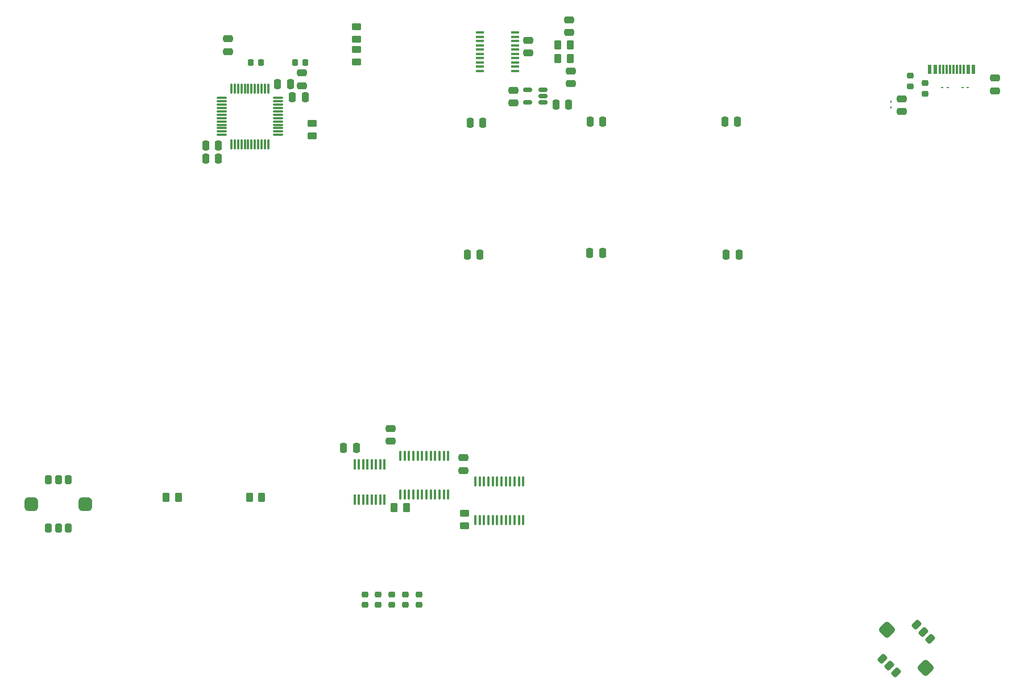
<source format=gtp>
%TF.GenerationSoftware,KiCad,Pcbnew,(6.0.9)*%
%TF.CreationDate,2022-11-09T22:31:10+01:00*%
%TF.ProjectId,libre-MIG-rounded,6c696272-652d-44d4-9947-2d726f756e64,v0.1*%
%TF.SameCoordinates,Original*%
%TF.FileFunction,Paste,Top*%
%TF.FilePolarity,Positive*%
%FSLAX46Y46*%
G04 Gerber Fmt 4.6, Leading zero omitted, Abs format (unit mm)*
G04 Created by KiCad (PCBNEW (6.0.9)) date 2022-11-09 22:31:10*
%MOMM*%
%LPD*%
G01*
G04 APERTURE LIST*
G04 Aperture macros list*
%AMRoundRect*
0 Rectangle with rounded corners*
0 $1 Rounding radius*
0 $2 $3 $4 $5 $6 $7 $8 $9 X,Y pos of 4 corners*
0 Add a 4 corners polygon primitive as box body*
4,1,4,$2,$3,$4,$5,$6,$7,$8,$9,$2,$3,0*
0 Add four circle primitives for the rounded corners*
1,1,$1+$1,$2,$3*
1,1,$1+$1,$4,$5*
1,1,$1+$1,$6,$7*
1,1,$1+$1,$8,$9*
0 Add four rect primitives between the rounded corners*
20,1,$1+$1,$2,$3,$4,$5,0*
20,1,$1+$1,$4,$5,$6,$7,0*
20,1,$1+$1,$6,$7,$8,$9,0*
20,1,$1+$1,$8,$9,$2,$3,0*%
G04 Aperture macros list end*
%ADD10RoundRect,0.250000X-0.262500X-0.450000X0.262500X-0.450000X0.262500X0.450000X-0.262500X0.450000X0*%
%ADD11RoundRect,0.250000X0.475000X-0.250000X0.475000X0.250000X-0.475000X0.250000X-0.475000X-0.250000X0*%
%ADD12RoundRect,0.250000X-0.475000X0.250000X-0.475000X-0.250000X0.475000X-0.250000X0.475000X0.250000X0*%
%ADD13RoundRect,0.250000X-0.250000X-0.475000X0.250000X-0.475000X0.250000X0.475000X-0.250000X0.475000X0*%
%ADD14RoundRect,0.250000X-0.450000X0.262500X-0.450000X-0.262500X0.450000X-0.262500X0.450000X0.262500X0*%
%ADD15RoundRect,0.150000X0.512500X0.150000X-0.512500X0.150000X-0.512500X-0.150000X0.512500X-0.150000X0*%
%ADD16RoundRect,0.250000X0.450000X-0.262500X0.450000X0.262500X-0.450000X0.262500X-0.450000X-0.262500X0*%
%ADD17R,0.600000X1.450000*%
%ADD18R,0.300000X1.450000*%
%ADD19R,0.360000X0.250000*%
%ADD20RoundRect,0.250000X0.262500X0.450000X-0.262500X0.450000X-0.262500X-0.450000X0.262500X-0.450000X0*%
%ADD21RoundRect,0.225000X-0.250000X0.225000X-0.250000X-0.225000X0.250000X-0.225000X0.250000X0.225000X0*%
%ADD22RoundRect,0.250000X0.250000X0.475000X-0.250000X0.475000X-0.250000X-0.475000X0.250000X-0.475000X0*%
%ADD23R,0.410000X1.600000*%
%ADD24RoundRect,0.225000X-0.225000X-0.250000X0.225000X-0.250000X0.225000X0.250000X-0.225000X0.250000X0*%
%ADD25R,1.200000X0.400000*%
%ADD26R,0.250000X0.360000*%
%ADD27RoundRect,0.500000X-0.500000X0.500000X-0.500000X-0.500000X0.500000X-0.500000X0.500000X0.500000X0*%
%ADD28RoundRect,0.250000X-0.250000X0.425000X-0.250000X-0.425000X0.250000X-0.425000X0.250000X0.425000X0*%
%ADD29RoundRect,0.100000X0.100000X-0.637500X0.100000X0.637500X-0.100000X0.637500X-0.100000X-0.637500X0*%
%ADD30RoundRect,0.075000X-0.075000X0.662500X-0.075000X-0.662500X0.075000X-0.662500X0.075000X0.662500X0*%
%ADD31RoundRect,0.075000X-0.662500X0.075000X-0.662500X-0.075000X0.662500X-0.075000X0.662500X0.075000X0*%
%ADD32RoundRect,0.500000X0.000000X0.707107X-0.707107X0.000000X0.000000X-0.707107X0.707107X0.000000X0*%
%ADD33RoundRect,0.250000X0.123744X0.477297X-0.477297X-0.123744X-0.123744X-0.477297X0.477297X0.123744X0*%
%ADD34RoundRect,0.225000X0.225000X0.250000X-0.225000X0.250000X-0.225000X-0.250000X0.225000X-0.250000X0*%
G04 APERTURE END LIST*
D10*
%TO.C,R1*%
X203811500Y-109486000D03*
X205636500Y-109486000D03*
%TD*%
D11*
%TO.C,C9*%
X165700000Y-115550000D03*
X165700000Y-113650000D03*
%TD*%
D12*
%TO.C,C2*%
X205740000Y-113362000D03*
X205740000Y-115262000D03*
%TD*%
D11*
%TO.C,C13*%
X197170000Y-118122000D03*
X197170000Y-116222000D03*
%TD*%
D10*
%TO.C,R8*%
X179433500Y-178412000D03*
X181258500Y-178412000D03*
%TD*%
D13*
%TO.C,C23*%
X208534000Y-140474000D03*
X210434000Y-140474000D03*
%TD*%
%TO.C,C20*%
X208600000Y-120916000D03*
X210500000Y-120916000D03*
%TD*%
D14*
%TO.C,R7*%
X189900000Y-179236500D03*
X189900000Y-181061500D03*
%TD*%
D13*
%TO.C,C7*%
X162049000Y-115292000D03*
X163949000Y-115292000D03*
%TD*%
D15*
%TO.C,U5*%
X201609500Y-118056000D03*
X201609500Y-117106000D03*
X201609500Y-116156000D03*
X199334500Y-116156000D03*
X199334500Y-118056000D03*
%TD*%
D16*
%TO.C,R5*%
X173800000Y-108612500D03*
X173800000Y-106787500D03*
%TD*%
D17*
%TO.C,P1*%
X265693000Y-113095000D03*
X264893000Y-113095000D03*
D18*
X263693000Y-113095000D03*
X262693000Y-113095000D03*
X262193000Y-113095000D03*
X261193000Y-113095000D03*
D17*
X259993000Y-113095000D03*
X259193000Y-113095000D03*
X259193000Y-113095000D03*
X259993000Y-113095000D03*
D18*
X260693000Y-113095000D03*
X261693000Y-113095000D03*
X263193000Y-113095000D03*
X264193000Y-113095000D03*
D17*
X264893000Y-113095000D03*
X265693000Y-113095000D03*
%TD*%
D11*
%TO.C,C8*%
X154713000Y-110450000D03*
X154713000Y-108550000D03*
%TD*%
D12*
%TO.C,C15*%
X178902000Y-166613000D03*
X178902000Y-168513000D03*
%TD*%
D19*
%TO.C,D1*%
X261863000Y-115850000D03*
X261023000Y-115850000D03*
%TD*%
D13*
%TO.C,C12*%
X203520000Y-118376000D03*
X205420000Y-118376000D03*
%TD*%
D20*
%TO.C,R2*%
X205636500Y-111518000D03*
X203811500Y-111518000D03*
%TD*%
D16*
%TO.C,R9*%
X167199000Y-123004500D03*
X167199000Y-121179500D03*
%TD*%
D21*
%TO.C,FB2*%
X258443000Y-115176000D03*
X258443000Y-116726000D03*
%TD*%
D16*
%TO.C,R6*%
X173800000Y-112012500D03*
X173800000Y-110187500D03*
%TD*%
D21*
%TO.C,C39*%
X179093000Y-191350000D03*
X179093000Y-192900000D03*
%TD*%
%TO.C,C40*%
X181118000Y-191300000D03*
X181118000Y-192850000D03*
%TD*%
D19*
%TO.C,D2*%
X264023000Y-115850000D03*
X264863000Y-115850000D03*
%TD*%
D11*
%TO.C,C3*%
X205486000Y-107642000D03*
X205486000Y-105742000D03*
%TD*%
D20*
%TO.C,R3*%
X147312501Y-176900001D03*
X145487501Y-176900001D03*
%TD*%
D13*
%TO.C,C24*%
X228854000Y-140728000D03*
X230754000Y-140728000D03*
%TD*%
D22*
%TO.C,C6*%
X153250000Y-124434000D03*
X151350000Y-124434000D03*
%TD*%
%TO.C,C4*%
X153250000Y-126400000D03*
X151350000Y-126400000D03*
%TD*%
D11*
%TO.C,C1*%
X199390000Y-110690000D03*
X199390000Y-108790000D03*
%TD*%
D21*
%TO.C,C41*%
X183143000Y-191325000D03*
X183143000Y-192875000D03*
%TD*%
D13*
%TO.C,C21*%
X228666000Y-120916000D03*
X230566000Y-120916000D03*
%TD*%
D23*
%TO.C,U6*%
X173551500Y-177233300D03*
X174186500Y-177233300D03*
X174821500Y-177233300D03*
X175456500Y-177233300D03*
X176091500Y-177233300D03*
X176726500Y-177233300D03*
X177361500Y-177233300D03*
X177996500Y-177233300D03*
X177996500Y-171924700D03*
X177361500Y-171924700D03*
X176726500Y-171924700D03*
X176091500Y-171924700D03*
X175456500Y-171924700D03*
X174821500Y-171924700D03*
X174186500Y-171924700D03*
X173551500Y-171924700D03*
%TD*%
D11*
%TO.C,C11*%
X254986000Y-119401000D03*
X254986000Y-117501000D03*
%TD*%
D24*
%TO.C,C18*%
X158036000Y-112110000D03*
X159586000Y-112110000D03*
%TD*%
D25*
%TO.C,U4*%
X192218000Y-107644500D03*
X192218000Y-108279500D03*
X192218000Y-108914500D03*
X192218000Y-109549500D03*
X192218000Y-110184500D03*
X192218000Y-110819500D03*
X192218000Y-111454500D03*
X192218000Y-112089500D03*
X192218000Y-112724500D03*
X192218000Y-113359500D03*
X197418000Y-113359500D03*
X197418000Y-112724500D03*
X197418000Y-112089500D03*
X197418000Y-111454500D03*
X197418000Y-110819500D03*
X197418000Y-110184500D03*
X197418000Y-109549500D03*
X197418000Y-108914500D03*
X197418000Y-108279500D03*
X197418000Y-107644500D03*
%TD*%
D26*
%TO.C,D3*%
X253386000Y-118771000D03*
X253386000Y-117931000D03*
%TD*%
D21*
%TO.C,C37*%
X175043000Y-191325000D03*
X175043000Y-192875000D03*
%TD*%
%TO.C,C38*%
X177068000Y-191325000D03*
X177068000Y-192875000D03*
%TD*%
D13*
%TO.C,C5*%
X164250000Y-117300000D03*
X166150000Y-117300000D03*
%TD*%
D10*
%TO.C,R4*%
X157887501Y-176900001D03*
X159712501Y-176900001D03*
%TD*%
D12*
%TO.C,C10*%
X268886000Y-114401000D03*
X268886000Y-116301000D03*
%TD*%
D11*
%TO.C,C14*%
X189743000Y-172850000D03*
X189743000Y-170950000D03*
%TD*%
D27*
%TO.C,SW18*%
X125355696Y-177848368D03*
X133455696Y-177848368D03*
D28*
X130855696Y-174273368D03*
X129405696Y-174273368D03*
X127955696Y-174273368D03*
X130855696Y-181423368D03*
X129405696Y-181423368D03*
X127955696Y-181423368D03*
%TD*%
D22*
%TO.C,C16*%
X173799000Y-169512000D03*
X171899000Y-169512000D03*
%TD*%
D29*
%TO.C,U3*%
X180327000Y-176425500D03*
X180977000Y-176425500D03*
X181627000Y-176425500D03*
X182277000Y-176425500D03*
X182927000Y-176425500D03*
X183577000Y-176425500D03*
X184227000Y-176425500D03*
X184877000Y-176425500D03*
X185527000Y-176425500D03*
X186177000Y-176425500D03*
X186827000Y-176425500D03*
X187477000Y-176425500D03*
X187477000Y-170700500D03*
X186827000Y-170700500D03*
X186177000Y-170700500D03*
X185527000Y-170700500D03*
X184877000Y-170700500D03*
X184227000Y-170700500D03*
X183577000Y-170700500D03*
X182927000Y-170700500D03*
X182277000Y-170700500D03*
X181627000Y-170700500D03*
X180977000Y-170700500D03*
X180327000Y-170700500D03*
%TD*%
D30*
%TO.C,U1*%
X160677000Y-115953500D03*
X160177000Y-115953500D03*
X159677000Y-115953500D03*
X159177000Y-115953500D03*
X158677000Y-115953500D03*
X158177000Y-115953500D03*
X157677000Y-115953500D03*
X157177000Y-115953500D03*
X156677000Y-115953500D03*
X156177000Y-115953500D03*
X155677000Y-115953500D03*
X155177000Y-115953500D03*
D31*
X153764500Y-117366000D03*
X153764500Y-117866000D03*
X153764500Y-118366000D03*
X153764500Y-118866000D03*
X153764500Y-119366000D03*
X153764500Y-119866000D03*
X153764500Y-120366000D03*
X153764500Y-120866000D03*
X153764500Y-121366000D03*
X153764500Y-121866000D03*
X153764500Y-122366000D03*
X153764500Y-122866000D03*
D30*
X155177000Y-124278500D03*
X155677000Y-124278500D03*
X156177000Y-124278500D03*
X156677000Y-124278500D03*
X157177000Y-124278500D03*
X157677000Y-124278500D03*
X158177000Y-124278500D03*
X158677000Y-124278500D03*
X159177000Y-124278500D03*
X159677000Y-124278500D03*
X160177000Y-124278500D03*
X160677000Y-124278500D03*
D31*
X162089500Y-122866000D03*
X162089500Y-122366000D03*
X162089500Y-121866000D03*
X162089500Y-121366000D03*
X162089500Y-120866000D03*
X162089500Y-120366000D03*
X162089500Y-119866000D03*
X162089500Y-119366000D03*
X162089500Y-118866000D03*
X162089500Y-118366000D03*
X162089500Y-117866000D03*
X162089500Y-117366000D03*
%TD*%
D32*
%TO.C,SW17*%
X252820218Y-196552088D03*
X258547782Y-202279652D03*
D33*
X259237212Y-197913268D03*
X258211907Y-196887963D03*
X257186602Y-195862658D03*
X254181398Y-202969082D03*
X253156093Y-201943777D03*
X252130788Y-200918472D03*
%TD*%
D22*
%TO.C,C22*%
X192207000Y-140749000D03*
X190307000Y-140749000D03*
%TD*%
%TO.C,C19*%
X192607000Y-121049000D03*
X190707000Y-121049000D03*
%TD*%
D21*
%TO.C,FB1*%
X256286000Y-114076000D03*
X256286000Y-115626000D03*
%TD*%
D29*
%TO.C,U2*%
X191503000Y-180235500D03*
X192153000Y-180235500D03*
X192803000Y-180235500D03*
X193453000Y-180235500D03*
X194103000Y-180235500D03*
X194753000Y-180235500D03*
X195403000Y-180235500D03*
X196053000Y-180235500D03*
X196703000Y-180235500D03*
X197353000Y-180235500D03*
X198003000Y-180235500D03*
X198653000Y-180235500D03*
X198653000Y-174510500D03*
X198003000Y-174510500D03*
X197353000Y-174510500D03*
X196703000Y-174510500D03*
X196053000Y-174510500D03*
X195403000Y-174510500D03*
X194753000Y-174510500D03*
X194103000Y-174510500D03*
X193453000Y-174510500D03*
X192803000Y-174510500D03*
X192153000Y-174510500D03*
X191503000Y-174510500D03*
%TD*%
D34*
%TO.C,C17*%
X166190000Y-112110000D03*
X164640000Y-112110000D03*
%TD*%
M02*

</source>
